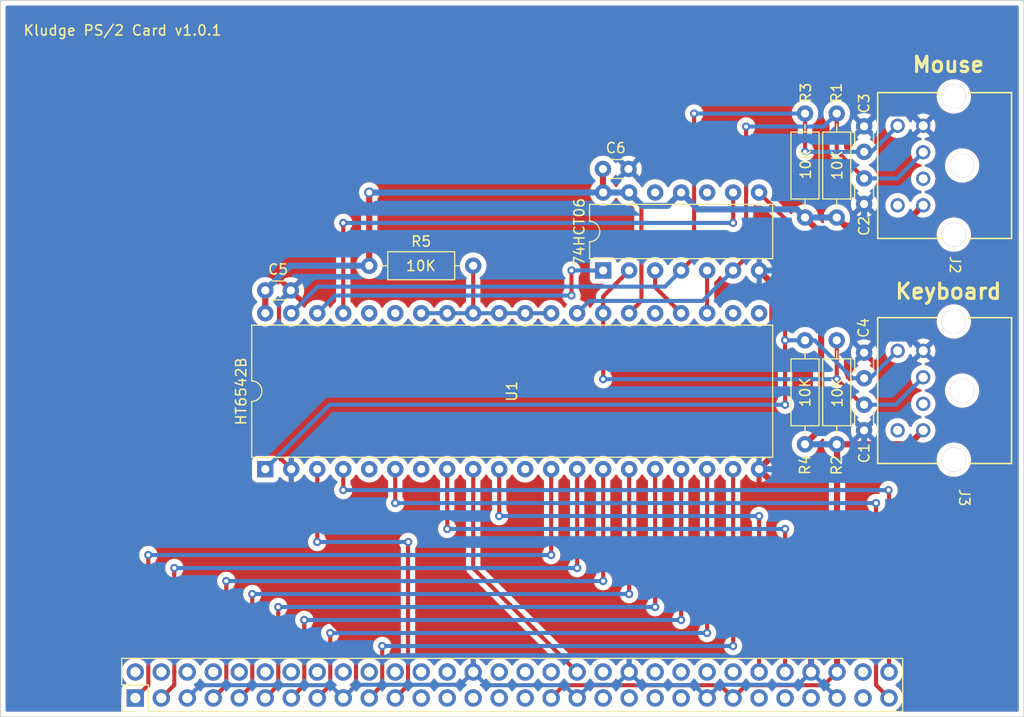
<source format=kicad_pcb>
(kicad_pcb (version 20240108) (generator "pcbnew") (generator_version "8.0")
  (layers (0 "F.Cu" signal) (31 "B.Cu" signal) (34 "B.Paste" user) (35 "F.Paste" user) (36 "B.SilkS" user "B.Silkscreen") (37 "F.SilkS" user "F.Silkscreen") (38 "B.Mask" user) (39 "F.Mask" user) (44 "Edge.Cuts" user))
  (net 0 "")
  (net 3 "RD")
  (net 4 "GND")
  (net 5 "/D3")
  (net 7 "/D4")
  (net 12 "/D2")
  (net 15 "/A0")
  (net 19 "/D1")
  (net 22 "/D5")
  (net 23 "SYSCLK")
  (net 33 "/D6")
  (net 37 "WR")
  (net 38 "Net-(U1-P12)")
  (net 39 "RESET")
  (net 42 "/D7")
  (net 43 "/D0")
  (net 45 "VCC")
  (net 56 "KB_DATA")
  (net 57 "MOUSE_DATA")
  (net 58 "MOUSE_CLK")
  (net 59 "KB_CLK")
  (net 60 "IO_EN")
  (net 65 "Net-(U1-KBDO)")
  (net 66 "Net-(U1-P23{slash}MSCO)")
  (net 67 "Net-(U1-KBCO)")
  (net 68 "Net-(U1-P22{slash}MSDO)")
  (footprint "Capacitor_THT:C_Disc_D3.0mm_W1.6mm_P2.50mm" (layer "F.Cu") (at 175.8 113.441601 -90)
    (property "Reference" "C1" (at 4.74 -0.01 -90) (layer "F.SilkS"))
    (property "Value" "47 pF")
    (fp_line (start 0.621 0.92) (end 1.879 0.92) (stroke (width 0.12)) (layer "F.SilkS"))
    (fp_line (start 0.621 -0.92) (end 1.879 -0.92) (stroke (width 0.12)) (layer "F.SilkS"))
    (pad "1" thru_hole circle (at 0 0 270) (size 1.6 1.6) (drill 0.8) (layers "*.Cu" "*.Mask") (net 56 "KB_DATA"))
    (pad "2" thru_hole circle (at 2.5 0 270) (size 1.6 1.6) (drill 0.8) (layers "*.Cu" "*.Mask") (net 4 "GND"))
  )
  (footprint "Package_DIP:DIP-40_W15.24mm" (layer "F.Cu") (at 117.275 119.735 90)
    (property "Reference" "U1" (at 7.615 24.105 90) (layer "F.SilkS"))
    (property "Value" "HT6542B")
    (fp_line (start 14.08 -1.33) (end 8.62 -1.33) (stroke (width 0.12)) (layer "F.SilkS"))
    (fp_line (start 6.62 -1.33) (end 1.16 -1.33) (stroke (width 0.12)) (layer "F.SilkS"))
    (fp_line (start 1.16 -1.33) (end 1.16 49.59) (stroke (width 0.12)) (layer "F.SilkS"))
    (fp_line (start 14.08 49.59) (end 14.08 -1.33) (stroke (width 0.12)) (layer "F.SilkS"))
    (fp_line (start 1.16 49.59) (end 14.08 49.59) (stroke (width 0.12)) (layer "F.SilkS"))
    (fp_arc (start 8.62 -1.33) (mid 7.62 -0.33) (end 6.62 -1.33) (stroke (width 0.12)) (layer "F.SilkS"))
    (pad "1" thru_hole rect (at 0 0 90) (size 1.6 1.6) (drill 0.8) (layers "*.Cu" "*.Mask") (net 59 "KB_CLK"))
    (pad "2" thru_hole oval (at 0 2.54 90) (size 1.6 1.6) (drill 0.8) (layers "*.Cu" "*.Mask") (net 4 "GND"))
    (pad "3" thru_hole oval (at 0 5.08 90) (size 1.6 1.6) (drill 0.8) (layers "*.Cu" "*.Mask") (net 23 "SYSCLK"))
    (pad "4" thru_hole oval (at 0 7.62 90) (size 1.6 1.6) (drill 0.8) (layers "*.Cu" "*.Mask") (net 39 "RESET"))
    (pad "5" thru_hole oval (at 0 10.16 90) (size 1.6 1.6) (drill 0.8) (layers "*.Cu" "*.Mask"))
    (pad "6" thru_hole oval (at 0 12.7 90) (size 1.6 1.6) (drill 0.8) (layers "*.Cu" "*.Mask") (net 60 "IO_EN"))
    (pad "7" thru_hole oval (at 0 15.24 90) (size 1.6 1.6) (drill 0.8) (layers "*.Cu" "*.Mask"))
    (pad "8" thru_hole oval (at 0 17.78 90) (size 1.6 1.6) (drill 0.8) (layers "*.Cu" "*.Mask") (net 3 "RD"))
    (pad "9" thru_hole oval (at 0 20.32 90) (size 1.6 1.6) (drill 0.8) (layers "*.Cu" "*.Mask") (net 15 "/A0"))
    (pad "10" thru_hole oval (at 0 22.86 90) (size 1.6 1.6) (drill 0.8) (layers "*.Cu" "*.Mask") (net 37 "WR"))
    (pad "11" thru_hole oval (at 0 25.4 90) (size 1.6 1.6) (drill 0.8) (layers "*.Cu" "*.Mask"))
    (pad "12" thru_hole oval (at 0 27.94 90) (size 1.6 1.6) (drill 0.8) (layers "*.Cu" "*.Mask") (net 43 "/D0"))
    (pad "13" thru_hole oval (at 0 30.48 90) (size 1.6 1.6) (drill 0.8) (layers "*.Cu" "*.Mask") (net 19 "/D1"))
    (pad "14" thru_hole oval (at 0 33.02 90) (size 1.6 1.6) (drill 0.8) (layers "*.Cu" "*.Mask") (net 12 "/D2"))
    (pad "15" thru_hole oval (at 0 35.56 90) (size 1.6 1.6) (drill 0.8) (layers "*.Cu" "*.Mask") (net 5 "/D3"))
    (pad "16" thru_hole oval (at 0 38.1 90) (size 1.6 1.6) (drill 0.8) (layers "*.Cu" "*.Mask") (net 7 "/D4"))
    (pad "17" thru_hole oval (at 0 40.64 90) (size 1.6 1.6) (drill 0.8) (layers "*.Cu" "*.Mask") (net 22 "/D5"))
    (pad "18" thru_hole oval (at 0 43.18 90) (size 1.6 1.6) (drill 0.8) (layers "*.Cu" "*.Mask") (net 33 "/D6"))
    (pad "19" thru_hole oval (at 0 45.72 90) (size 1.6 1.6) (drill 0.8) (layers "*.Cu" "*.Mask") (net 42 "/D7"))
    (pad "20" thru_hole oval (at 0 48.26 90) (size 1.6 1.6) (drill 0.8) (layers "*.Cu" "*.Mask") (net 4 "GND"))
    (pad "21" thru_hole oval (at 15.24 48.26 90) (size 1.6 1.6) (drill 0.8) (layers "*.Cu" "*.Mask"))
    (pad "22" thru_hole oval (at 15.24 45.72 90) (size 1.6 1.6) (drill 0.8) (layers "*.Cu" "*.Mask"))
    (pad "23" thru_hole oval (at 15.24 43.18 90) (size 1.6 1.6) (drill 0.8) (layers "*.Cu" "*.Mask") (net 68 "Net-(U1-P22{slash}MSDO)"))
    (pad "24" thru_hole oval (at 15.24 40.64 90) (size 1.6 1.6) (drill 0.8) (layers "*.Cu" "*.Mask") (net 66 "Net-(U1-P23{slash}MSCO)"))
    (pad "25" thru_hole oval (at 15.24 38.1 90) (size 1.6 1.6) (drill 0.8) (layers "*.Cu" "*.Mask"))
    (pad "26" thru_hole oval (at 15.24 35.56 90) (size 1.6 1.6) (drill 0.8) (layers "*.Cu" "*.Mask") (net 45 "VCC"))
    (pad "27" thru_hole oval (at 15.24 33.02 90) (size 1.6 1.6) (drill 0.8) (layers "*.Cu" "*.Mask") (net 56 "KB_DATA"))
    (pad "28" thru_hole oval (at 15.24 30.48 90) (size 1.6 1.6) (drill 0.8) (layers "*.Cu" "*.Mask") (net 57 "MOUSE_DATA"))
    (pad "29" thru_hole oval (at 15.24 27.94 90) (size 1.6 1.6) (drill 0.8) (layers "*.Cu" "*.Mask") (net 38 "Net-(U1-P12)"))
    (pad "30" thru_hole oval (at 15.24 25.4 90) (size 1.6 1.6) (drill 0.8) (layers "*.Cu" "*.Mask") (net 38 "Net-(U1-P12)"))
    (pad "31" thru_hole oval (at 15.24 22.86 90) (size 1.6 1.6) (drill 0.8) (layers "*.Cu" "*.Mask") (net 38 "Net-(U1-P12)"))
    (pad "32" thru_hole oval (at 15.24 20.32 90) (size 1.6 1.6) (drill 0.8) (layers "*.Cu" "*.Mask") (net 38 "Net-(U1-P12)"))
    (pad "33" thru_hole oval (at 15.24 17.78 90) (size 1.6 1.6) (drill 0.8) (layers "*.Cu" "*.Mask") (net 38 "Net-(U1-P12)"))
    (pad "34" thru_hole oval (at 15.24 15.24 90) (size 1.6 1.6) (drill 0.8) (layers "*.Cu" "*.Mask") (net 38 "Net-(U1-P12)"))
    (pad "35" thru_hole oval (at 15.24 12.7 90) (size 1.6 1.6) (drill 0.8) (layers "*.Cu" "*.Mask"))
    (pad "36" thru_hole oval (at 15.24 10.16 90) (size 1.6 1.6) (drill 0.8) (layers "*.Cu" "*.Mask"))
    (pad "37" thru_hole oval (at 15.24 7.62 90) (size 1.6 1.6) (drill 0.8) (layers "*.Cu" "*.Mask") (net 67 "Net-(U1-KBCO)"))
    (pad "38" thru_hole oval (at 15.24 5.08 90) (size 1.6 1.6) (drill 0.8) (layers "*.Cu" "*.Mask") (net 65 "Net-(U1-KBDO)"))
    (pad "39" thru_hole oval (at 15.24 2.54 90) (size 1.6 1.6) (drill 0.8) (layers "*.Cu" "*.Mask") (net 58 "MOUSE_CLK"))
    (pad "40" thru_hole oval (at 15.24 0 90) (size 1.6 1.6) (drill 0.8) (layers "*.Cu" "*.Mask") (net 45 "VCC"))
  )
  (footprint "Capacitor_THT:C_Disc_D3.0mm_W1.6mm_P2.50mm" (layer "F.Cu") (at 175.8 88.727801 90)
    (property "Reference" "C3" (at 4.7338 0 -90) (layer "F.SilkS"))
    (property "Value" "47 pF")
    (fp_line (start 0.621 -0.92) (end 1.879 -0.92) (stroke (width 0.12)) (layer "F.SilkS"))
    (fp_line (start 0.621 0.92) (end 1.879 0.92) (stroke (width 0.12)) (layer "F.SilkS"))
    (pad "1" thru_hole circle (at 0 0 90) (size 1.6 1.6) (drill 0.8) (layers "*.Cu" "*.Mask") (net 58 "MOUSE_CLK"))
    (pad "2" thru_hole circle (at 2.5 0 90) (size 1.6 1.6) (drill 0.8) (layers "*.Cu" "*.Mask") (net 4 "GND"))
  )
  (footprint "Package_DIP:DIP-14_W7.62mm" (layer "F.Cu") (at 150.295 100.32 90)
    (property "Reference" "U2")
    (property "Value" "74LS06")
    (fp_line (start 6.46 -1.33) (end 4.81 -1.33) (stroke (width 0.12)) (layer "F.SilkS"))
    (fp_line (start 2.81 -1.33) (end 1.16 -1.33) (stroke (width 0.12)) (layer "F.SilkS"))
    (fp_line (start 1.16 -1.33) (end 1.16 16.57) (stroke (width 0.12)) (layer "F.SilkS"))
    (fp_line (start 6.46 16.57) (end 6.46 -1.33) (stroke (width 0.12)) (layer "F.SilkS"))
    (fp_line (start 1.16 16.57) (end 6.46 16.57) (stroke (width 0.12)) (layer "F.SilkS"))
    (fp_arc (start 4.81 -1.33) (mid 3.81 -0.33) (end 2.81 -1.33) (stroke (width 0.12)) (layer "F.SilkS"))
    (pad "1" thru_hole rect (at 0 0 90) (size 1.6 1.6) (drill 0.8) (layers "*.Cu" "*.Mask") (net 65 "Net-(U1-KBDO)"))
    (pad "2" thru_hole oval (at 0 2.54 90) (size 1.6 1.6) (drill 0.8) (layers "*.Cu" "*.Mask") (net 56 "KB_DATA"))
    (pad "3" thru_hole oval (at 0 5.08 90) (size 1.6 1.6) (drill 0.8) (layers "*.Cu" "*.Mask") (net 66 "Net-(U1-P23{slash}MSCO)"))
    (pad "4" thru_hole oval (at 0 7.62 90) (size 1.6 1.6) (drill 0.8) (layers "*.Cu" "*.Mask") (net 58 "MOUSE_CLK"))
    (pad "5" thru_hole oval (at 0 10.16 90) (size 1.6 1.6) (drill 0.8) (layers "*.Cu" "*.Mask") (net 68 "Net-(U1-P22{slash}MSDO)"))
    (pad "6" thru_hole oval (at 0 12.7 90) (size 1.6 1.6) (drill 0.8) (layers "*.Cu" "*.Mask") (net 57 "MOUSE_DATA"))
    (pad "7" thru_hole oval (at 0 15.24 90) (size 1.6 1.6) (drill 0.8) (layers "*.Cu" "*.Mask") (net 4 "GND"))
    (pad "8" thru_hole oval (at 7.62 15.24 90) (size 1.6 1.6) (drill 0.8) (layers "*.Cu" "*.Mask") (net 59 "KB_CLK"))
    (pad "9" thru_hole oval (at 7.62 12.7 90) (size 1.6 1.6) (drill 0.8) (layers "*.Cu" "*.Mask") (net 67 "Net-(U1-KBCO)"))
    (pad "10" thru_hole oval (at 7.62 10.16 90) (size 1.6 1.6) (drill 0.8) (layers "*.Cu" "*.Mask"))
    (pad "11" thru_hole oval (at 7.62 7.62 90) (size 1.6 1.6) (drill 0.8) (layers "*.Cu" "*.Mask") (net 45 "VCC"))
    (pad "12" thru_hole oval (at 7.62 5.08 90) (size 1.6 1.6) (drill 0.8) (layers "*.Cu" "*.Mask"))
    (pad "13" thru_hole oval (at 7.62 2.54 90) (size 1.6 1.6) (drill 0.8) (layers "*.Cu" "*.Mask") (net 45 "VCC"))
    (pad "14" thru_hole oval (at 7.62 0 90) (size 1.6 1.6) (drill 0.8) (layers "*.Cu" "*.Mask") (net 45 "VCC"))
  )
  (footprint "Capacitor_THT:C_Disc_D3.0mm_W1.6mm_P2.50mm" (layer "F.Cu") (at 117.275 102.27)
    (property "Reference" "C5" (at 1.25 -2.05 0) (layer "F.SilkS"))
    (property "Value" "100 nF")
    (fp_line (start 0.621 -0.92) (end 1.879 -0.92) (stroke (width 0.12)) (layer "F.SilkS"))
    (fp_line (start 0.621 0.92) (end 1.879 0.92) (stroke (width 0.12)) (layer "F.SilkS"))
    (pad "1" thru_hole circle (at 0 0) (size 1.6 1.6) (drill 0.8) (layers "*.Cu" "*.Mask") (net 45 "VCC"))
    (pad "2" thru_hole circle (at 2.5 0) (size 1.6 1.6) (drill 0.8) (layers "*.Cu" "*.Mask") (net 4 "GND"))
  )
  (footprint "Resistor_THT:R_Axial_DIN0207_L6.3mm_D2.5mm_P10.16mm_Horizontal" (layer "F.Cu") (at 173.125 95.1424 90)
    (property "Reference" "R1" (at 12.1924 -0.025 90) (layer "F.SilkS"))
    (property "Value" "10K")
    (fp_line (start 8.35 -1.37) (end 1.81 -1.37) (stroke (width 0.12)) (layer "F.SilkS"))
    (fp_line (start 1.81 -1.37) (end 1.81 1.37) (stroke (width 0.12)) (layer "F.SilkS"))
    (fp_line (start 9.12 0) (end 8.35 0) (stroke (width 0.12)) (layer "F.SilkS"))
    (fp_line (start 1.04 0) (end 1.81 0) (stroke (width 0.12)) (layer "F.SilkS"))
    (fp_line (start 8.35 1.37) (end 8.35 -1.37) (stroke (width 0.12)) (layer "F.SilkS"))
    (fp_line (start 1.81 1.37) (end 8.35 1.37) (stroke (width 0.12)) (layer "F.SilkS"))
    (pad "1" thru_hole circle (at 0 0 90) (size 1.6 1.6) (drill 0.8) (layers "*.Cu" "*.Mask") (net 45 "VCC"))
    (pad "2" thru_hole oval (at 10.16 0 90) (size 1.6 1.6) (drill 0.8) (layers "*.Cu" "*.Mask") (net 57 "MOUSE_DATA"))
  )
  (footprint "Resistor_THT:R_Axial_DIN0207_L6.3mm_D2.5mm_P10.16mm_Horizontal" (layer "F.Cu") (at 170.025 95.1424 90)
    (property "Reference" "R3" (at 12.1924 0.075 90) (layer "F.SilkS"))
    (property "Value" "10K")
    (fp_line (start 8.35 -1.37) (end 1.81 -1.37) (stroke (width 0.12)) (layer "F.SilkS"))
    (fp_line (start 1.81 -1.37) (end 1.81 1.37) (stroke (width 0.12)) (layer "F.SilkS"))
    (fp_line (start 9.12 0) (end 8.35 0) (stroke (width 0.12)) (layer "F.SilkS"))
    (fp_line (start 1.04 0) (end 1.81 0) (stroke (width 0.12)) (layer "F.SilkS"))
    (fp_line (start 8.35 1.37) (end 8.35 -1.37) (stroke (width 0.12)) (layer "F.SilkS"))
    (fp_line (start 1.81 1.37) (end 8.35 1.37) (stroke (width 0.12)) (layer "F.SilkS"))
    (pad "1" thru_hole circle (at 0 0 90) (size 1.6 1.6) (drill 0.8) (layers "*.Cu" "*.Mask") (net 45 "VCC"))
    (pad "2" thru_hole oval (at 10.16 0 90) (size 1.6 1.6) (drill 0.8) (layers "*.Cu" "*.Mask") (net 58 "MOUSE_CLK"))
  )
  (footprint "Resistor_THT:R_Axial_DIN0207_L6.3mm_D2.5mm_P10.16mm_Horizontal" (layer "F.Cu") (at 170.025 117.305 90)
    (property "Reference" "R4" (at -2.02 0 90) (layer "F.SilkS"))
    (property "Value" "10K")
    (fp_line (start 8.35 -1.37) (end 1.81 -1.37) (stroke (width 0.12)) (layer "F.SilkS"))
    (fp_line (start 1.81 -1.37) (end 1.81 1.37) (stroke (width 0.12)) (layer "F.SilkS"))
    (fp_line (start 9.12 0) (end 8.35 0) (stroke (width 0.12)) (layer "F.SilkS"))
    (fp_line (start 1.04 0) (end 1.81 0) (stroke (width 0.12)) (layer "F.SilkS"))
    (fp_line (start 8.35 1.37) (end 8.35 -1.37) (stroke (width 0.12)) (layer "F.SilkS"))
    (fp_line (start 1.81 1.37) (end 8.35 1.37) (stroke (width 0.12)) (layer "F.SilkS"))
    (pad "1" thru_hole circle (at 0 0 90) (size 1.6 1.6) (drill 0.8) (layers "*.Cu" "*.Mask") (net 45 "VCC"))
    (pad "2" thru_hole oval (at 10.16 0 90) (size 1.6 1.6) (drill 0.8) (layers "*.Cu" "*.Mask") (net 59 "KB_CLK"))
  )
  (footprint "Capacitor_THT:C_Disc_D3.0mm_W1.6mm_P2.50mm" (layer "F.Cu") (at 175.8 110.850801 90)
    (property "Reference" "C4" (at 4.92 -0.06 -90) (layer "F.SilkS"))
    (property "Value" "47 pF")
    (fp_line (start 0.621 -0.92) (end 1.879 -0.92) (stroke (width 0.12)) (layer "F.SilkS"))
    (fp_line (start 0.621 0.92) (end 1.879 0.92) (stroke (width 0.12)) (layer "F.SilkS"))
    (pad "1" thru_hole circle (at 0 0 90) (size 1.6 1.6) (drill 0.8) (layers "*.Cu" "*.Mask") (net 59 "KB_CLK"))
    (pad "2" thru_hole circle (at 2.5 0 90) (size 1.6 1.6) (drill 0.8) (layers "*.Cu" "*.Mask") (net 4 "GND"))
  )
  (footprint "Connector_PinHeader_2.54mm:PinHeader_2x30_P2.54mm_Vertical" (layer "F.Cu") (at 104.575 142.1 90)
    (property "Reference" "J1" (hide yes))
    (property "Value" "Conn1")
    (fp_line (start 3.87 -1.33) (end 3.87 74.99) (stroke (width 0.12)) (layer "F.SilkS"))
    (fp_line (start 1.27 -1.33) (end 3.87 -1.33) (stroke (width 0.12)) (layer "F.SilkS"))
    (fp_line (start -1.33 -1.33) (end 0 -1.33) (stroke (width 0.12)) (layer "F.SilkS"))
    (fp_line (start -1.33 0) (end -1.33 -1.33) (stroke (width 0.12)) (layer "F.SilkS"))
    (fp_line (start 1.27 1.27) (end 1.27 -1.33) (stroke (width 0.12)) (layer "F.SilkS"))
    (fp_line (start -1.33 1.27) (end 1.27 1.27) (stroke (width 0.12)) (layer "F.SilkS"))
    (fp_line (start -1.33 1.27) (end -1.33 74.99) (stroke (width 0.12)) (layer "F.SilkS"))
    (fp_line (start -1.33 74.99) (end 3.87 74.99) (stroke (width 0.12)) (layer "F.SilkS"))
    (pad "1" thru_hole rect (at 0 0 90) (size 1.7 1.7) (drill 1) (layers "*.Cu" "*.Mask") (net 43 "/D0"))
    (pad "2" thru_hole oval (at 2.54 0 90) (size 1.7 1.7) (drill 1) (layers "*.Cu" "*.Mask"))
    (pad "3" thru_hole oval (at 0 2.54 90) (size 1.7 1.7) (drill 1) (layers "*.Cu" "*.Mask") (net 19 "/D1"))
    (pad "4" thru_hole oval (at 2.54 2.54 90) (size 1.7 1.7) (drill 1) (layers "*.Cu" "*.Mask"))
    (pad "5" thru_hole oval (at 0 5.08 90) (size 1.7 1.7) (drill 1) (layers "*.Cu" "*.Mask") (net 4 "GND"))
    (pad "6" thru_hole oval (at 2.54 5.08 90) (size 1.7 1.7) (drill 1) (layers "*.Cu" "*.Mask"))
    (pad "7" thru_hole oval (at 0 7.62 90) (size 1.7 1.7) (drill 1) (layers "*.Cu" "*.Mask") (net 12 "/D2"))
    (pad "8" thru_hole oval (at 2.54 7.62 90) (size 1.7 1.7) (drill 1) (layers "*.Cu" "*.Mask"))
    (pad "9" thru_hole oval (at 0 10.16 90) (size 1.7 1.7) (drill 1) (layers "*.Cu" "*.Mask") (net 5 "/D3"))
    (pad "10" thru_hole oval (at 2.54 10.16 90) (size 1.7 1.7) (drill 1) (layers "*.Cu" "*.Mask"))
    (pad "11" thru_hole oval (at 0 12.7 90) (size 1.7 1.7) (drill 1) (layers "*.Cu" "*.Mask") (net 7 "/D4"))
    (pad "12" thru_hole oval (at 2.54 12.7 90) (size 1.7 1.7) (drill 1) (layers "*.Cu" "*.Mask"))
    (pad "13" thru_hole oval (at 0 15.24 90) (size 1.7 1.7) (drill 1) (layers "*.Cu" "*.Mask") (net 22 "/D5"))
    (pad "14" thru_hole oval (at 2.54 15.24 90) (size 1.7 1.7) (drill 1) (layers "*.Cu" "*.Mask"))
    (pad "15" thru_hole oval (at 0 17.78 90) (size 1.7 1.7) (drill 1) (layers "*.Cu" "*.Mask") (net 33 "/D6"))
    (pad "16" thru_hole oval (at 2.54 17.78 90) (size 1.7 1.7) (drill 1) (layers "*.Cu" "*.Mask"))
    (pad "17" thru_hole oval (at 0 20.32 90) (size 1.7 1.7) (drill 1) (layers "*.Cu" "*.Mask") (net 4 "GND"))
    (pad "18" thru_hole oval (at 2.54 20.32 90) (size 1.7 1.7) (drill 1) (layers "*.Cu" "*.Mask"))
    (pad "19" thru_hole oval (at 0 22.86 90) (size 1.7 1.7) (drill 1) (layers "*.Cu" "*.Mask") (net 42 "/D7"))
    (pad "20" thru_hole oval (at 2.54 22.86 90) (size 1.7 1.7) (drill 1) (layers "*.Cu" "*.Mask"))
    (pad "21" thru_hole oval (at 0 25.4 90) (size 1.7 1.7) (drill 1) (layers "*.Cu" "*.Mask") (net 23 "SYSCLK"))
    (pad "22" thru_hole oval (at 2.54 25.4 90) (size 1.7 1.7) (drill 1) (layers "*.Cu" "*.Mask"))
    (pad "23" thru_hole oval (at 0 27.94 90) (size 1.7 1.7) (drill 1) (layers "*.Cu" "*.Mask"))
    (pad "24" thru_hole oval (at 2.54 27.94 90) (size 1.7 1.7) (drill 1) (layers "*.Cu" "*.Mask"))
    (pad "25" thru_hole oval (at 0 30.48 90) (size 1.7 1.7) (drill 1) (layers "*.Cu" "*.Mask"))
    (pad "26" thru_hole oval (at 2.54 30.48 90) (size 1.7 1.7) (drill 1) (layers "*.Cu" "*.Mask"))
    (pad "27" thru_hole oval (at 0 33.02 90) (size 1.7 1.7) (drill 1) (layers "*.Cu" "*.Mask"))
    (pad "28" thru_hole oval (at 2.54 33.02 90) (size 1.7 1.7) (drill 1) (layers "*.Cu" "*.Mask") (net 4 "GND"))
    (pad "29" thru_hole oval (at 0 35.56 90) (size 1.7 1.7) (drill 1) (layers "*.Cu" "*.Mask"))
    (pad "30" thru_hole oval (at 2.54 35.56 90) (size 1.7 1.7) (drill 1) (layers "*.Cu" "*.Mask"))
    (pad "31" thru_hole oval (at 0 38.1 90) (size 1.7 1.7) (drill 1) (layers "*.Cu" "*.Mask"))
    (pad "32" thru_hole oval (at 2.54 38.1 90) (size 1.7 1.7) (drill 1) (layers "*.Cu" "*.Mask"))
    (pad "33" thru_hole oval (at 0 40.64 90) (size 1.7 1.7) (drill 1) (layers "*.Cu" "*.Mask") (net 45 "VCC"))
    (pad "34" thru_hole oval (at 2.54 40.64 90) (size 1.7 1.7) (drill 1) (layers "*.Cu" "*.Mask"))
    (pad "35" thru_hole oval (at 0 43.18 90) (size 1.7 1.7) (drill 1) (layers "*.Cu" "*.Mask") (net 4 "GND"))
    (pad "36" thru_hole oval (at 2.54 43.18 90) (size 1.7 1.7) (drill 1) (layers "*.Cu" "*.Mask") (net 15 "/A0"))
    (pad "37" thru_hole oval (at 0 45.72 90) (size 1.7 1.7) (drill 1) (layers "*.Cu" "*.Mask"))
    (pad "38" thru_hole oval (at 2.54 45.72 90) (size 1.7 1.7) (drill 1) (layers "*.Cu" "*.Mask"))
    (pad "39" thru_hole oval (at 0 48.26 90) (size 1.7 1.7) (drill 1) (layers "*.Cu" "*.Mask"))
    (pad "40" thru_hole oval (at 2.54 48.26 90) (size 1.7 1.7) (drill 1) (layers "*.Cu" "*.Mask") (net 4 "GND"))
    (pad "41" thru_hole oval (at 0 50.8 90) (size 1.7 1.7) (drill 1) (layers "*.Cu" "*.Mask"))
    (pad "42" thru_hole oval (at 2.54 50.8 90) (size 1.7 1.7) (drill 1) (layers "*.Cu" "*.Mask"))
    (pad "43" thru_hole oval (at 0 53.34 90) (size 1.7 1.7) (drill 1) (layers "*.Cu" "*.Mask"))
    (pad "44" thru_hole oval (at 2.54 53.34 90) (size 1.7 1.7) (drill 1) (layers "*.Cu" "*.Mask"))
    (pad "45" thru_hole oval (at 0 55.88 90) (size 1.7 1.7) (drill 1) (layers "*.Cu" "*.Mask") (net 4 "GND"))
    (pad "46" thru_hole oval (at 2.54 55.88 90) (size 1.7 1.7) (drill 1) (layers "*.Cu" "*.Mask"))
    (pad "47" thru_hole oval (at 0 58.42 90) (size 1.7 1.7) (drill 1) (layers "*.Cu" "*.Mask") (net 45 "VCC"))
    (pad "48" thru_hole oval (at 2.54 58.42 90) (size 1.7 1.7) (drill 1) (layers "*.Cu" "*.Mask"))
    (pad "49" thru_hole oval (at 0 60.96 90) (size 1.7 1.7) (drill 1) (layers "*.Cu" "*.Mask"))
    (pad "50" thru_hole oval (at 2.54 60.96 90) (size 1.7 1.7) (drill 1) (layers "*.Cu" "*.Mask") (net 37 "WR"))
    (pad "51" thru_hole oval (at 0 63.5 90) (size 1.7 1.7) (drill 1) (layers "*.Cu" "*.Mask"))
    (pad "52" thru_hole oval (at 2.54 63.5 90) (size 1.7 1.7) (drill 1) (layers "*.Cu" "*.Mask") (net 3 "RD"))
    (pad "53" thru_hole oval (at 0 66.04 90) (size 1.7 1.7) (drill 1) (layers "*.Cu" "*.Mask"))
    (pad "54" thru_hole oval (at 2.54 66.04 90) (size 1.7 1.7) (drill 1) (layers "*.Cu" "*.Mask") (net 4 "GND"))
    (pad "55" thru_hole oval (at 0 68.58 90) (size 1.7 1.7) (drill 1) (layers "*.Cu" "*.Mask") (net 4 "GND"))
    (pad "56" thru_hole oval (at 2.54 68.58 90) (size 1.7 1.7) (drill 1) (layers "*.Cu" "*.Mask") (net 45 "VCC"))
    (pad "57" thru_hole oval (at 0 71.12 90) (size 1.7 1.7) (drill 1) (layers "*.Cu" "*.Mask"))
    (pad "58" thru_hole oval (at 2.54 71.12 90) (size 1.7 1.7) (drill 1) (layers "*.Cu" "*.Mask"))
    (pad "59" thru_hole oval (at 0 73.66 90) (size 1.7 1.7) (drill 1) (layers "*.Cu" "*.Mask") (net 60 "IO_EN"))
    (pad "60" thru_hole oval (at 2.54 73.66 90) (size 1.7 1.7) (drill 1) (layers "*.Cu" "*.Mask") (net 39 "RESET"))
  )
  (footprint "Z80 Parts:CONN_5749180-1_TYC" (layer "F.Cu") (at 182.6254 109.2324 -90)
    (property "Reference" "J3" (at 13.2824 -2.9646 -90) (layer "F.SilkS"))
    (property "Value" "Keyboard")
    (fp_line (start -4.3009 5.5004) (end 9.9485 5.5004) (stroke (width 0.1524)) (layer "F.SilkS"))
    (fp_line (start 9.9485 5.5004) (end 9.9485 -0.473445) (stroke (width 0.1524)) (layer "F.SilkS"))
    (fp_line (start -4.3009 -0.473445) (end -4.3009 5.5004) (stroke (width 0.1524)) (layer "F.SilkS"))
    (fp_line (start 9.9485 -3.410155) (end 9.9485 -7.5806) (stroke (width 0.1524)) (layer "F.SilkS"))
    (fp_line (start -4.3009 -7.5806) (end -4.3009 -3.410155) (stroke (width 0.1524)) (layer "F.SilkS"))
    (fp_line (start 9.9485 -7.5806) (end -4.3009 -7.5806) (stroke (width 0.1524)) (layer "F.SilkS"))
    (pad "1" thru_hole circle (at 1.5284 1.05 270) (size 1.397 1.397) (drill 0.889) (layers "*.Cu" "*.Mask") (net 56 "KB_DATA"))
    (pad "2" thru_hole circle (at 4.1192 1.05 270) (size 1.397 1.397) (drill 0.889) (layers "*.Cu" "*.Mask"))
    (pad "3" thru_hole circle (at -1.0624 1.05 270) (size 1.397 1.397) (drill 0.889) (layers "*.Cu" "*.Mask") (net 4 "GND"))
    (pad "4" thru_hole circle (at 6.71 1.05 270) (size 1.397 1.397) (drill 0.889) (layers "*.Cu" "*.Mask") (net 45 "VCC"))
    (pad "5" thru_hole circle (at -1.0624 3.55 270) (size 1.397 1.397) (drill 0.889) (layers "*.Cu" "*.Mask") (net 59 "KB_CLK"))
    (pad "6" thru_hole circle (at 6.71 3.55 270) (size 1.397 1.397) (drill 0.889) (layers "*.Cu" "*.Mask"))
    (pad "7" thru_hole circle (at -3.9326 -1.9418 180) (size 2.3622 2.3622) (drill 2.3622) (layers "*.Cu" "*.Mask"))
    (pad "8" thru_hole circle (at 9.5802 -1.9418 180) (size 2.3622 2.3622) (drill 2.3622) (layers "*.Cu" "*.Mask"))
    (pad "10" thru_hole circle (at 2.8238 -2.7546 270) (size 2.3622 2.3622) (drill 2.3622) (layers "*.Cu" "*.Mask"))
  )
  (footprint "Capacitor_THT:C_Disc_D3.0mm_W1.6mm_P2.50mm" (layer "F.Cu") (at 175.8 91.318601 -90)
    (property "Reference" "C2" (at 4.6554 0 -90) (layer "F.SilkS"))
    (property "Value" "47 pF")
    (fp_line (start 0.621 0.92) (end 1.879 0.92) (stroke (width 0.12)) (layer "F.SilkS"))
    (fp_line (start 0.621 -0.92) (end 1.879 -0.92) (stroke (width 0.12)) (layer "F.SilkS"))
    (pad "1" thru_hole circle (at 0 0 270) (size 1.6 1.6) (drill 0.8) (layers "*.Cu" "*.Mask") (net 57 "MOUSE_DATA"))
    (pad "2" thru_hole circle (at 2.5 0 270) (size 1.6 1.6) (drill 0.8) (layers "*.Cu" "*.Mask") (net 4 "GND"))
  )
  (footprint "Resistor_THT:R_Axial_DIN0207_L6.3mm_D2.5mm_P10.16mm_Horizontal" (layer "F.Cu") (at 127.435 99.855)
    (property "Reference" "R5" (at 5.08 -2.37 0) (layer "F.SilkS"))
    (property "Value" "10K")
    (fp_line (start 1.04 0) (end 1.81 0) (stroke (width 0.12)) (layer "F.SilkS"))
    (fp_line (start 1.81 -1.37) (end 1.81 1.37) (stroke (width 0.12)) (layer "F.SilkS"))
    (fp_line (start 1.81 1.37) (end 8.35 1.37) (stroke (width 0.12)) (layer "F.SilkS"))
    (fp_line (start 8.35 -1.37) (end 1.81 -1.37) (stroke (width 0.12)) (layer "F.SilkS"))
    (fp_line (start 8.35 1.37) (end 8.35 -1.37) (stroke (width 0.12)) (layer "F.SilkS"))
    (fp_line (start 9.12 0) (end 8.35 0) (stroke (width 0.12)) (layer "F.SilkS"))
    (pad "1" thru_hole circle (at 0 0) (size 1.6 1.6) (drill 0.8) (layers "*.Cu" "*.Mask") (net 45 "VCC"))
    (pad "2" thru_hole oval (at 10.16 0) (size 1.6 1.6) (drill 0.8) (layers "*.Cu" "*.Mask") (net 38 "Net-(U1-P12)"))
  )
  (footprint "Capacitor_THT:C_Disc_D3.0mm_W1.6mm_P2.50mm" (layer "F.Cu") (at 150.275 90.4)
    (property "Reference" "C6" (at 1.25 -2.05 0) (layer "F.SilkS"))
    (property "Value" "100 nF" (hide yes))
    (fp_line (start 0.621 -0.92) (end 1.879 -0.92) (stroke (width 0.12)) (layer "F.SilkS"))
    (fp_line (start 0.621 0.92) (end 1.879 0.92) (stroke (width 0.12)) (layer "F.SilkS"))
    (pad "1" thru_hole circle (at 0 0) (size 1.6 1.6) (drill 0.8) (layers "*.Cu" "*.Mask") (net 45 "VCC"))
    (pad "2" thru_hole circle (at 2.5 0) (size 1.6 1.6) (drill 0.8) (layers "*.Cu" "*.Mask") (net 4 "GND"))
  )
  (footprint "Resistor_THT:R_Axial_DIN0207_L6.3mm_D2.5mm_P10.16mm_Horizontal" (layer "F.Cu") (at 173.125 117.305 90)
    (property "Reference" "R2" (at -2.045 -0.005 90) (layer "F.SilkS"))
    (property "Value" "10K")
    (fp_line (start 8.35 -1.37) (end 1.81 -1.37) (stroke (width 0.12)) (layer "F.SilkS"))
    (fp_line (start 1.81 -1.37) (end 1.81 1.37) (stroke (width 0.12)) (layer "F.SilkS"))
    (fp_line (start 9.12 0) (end 8.35 0) (stroke (width 0.12)) (layer "F.SilkS"))
    (fp_line (start 1.04 0) (end 1.81 0) (stroke (width 0.12)) (layer "F.SilkS"))
    (fp_line (start 8.35 1.37) (end 8.35 -1.37) (stroke (width 0.12)) (layer "F.SilkS"))
    (fp_line (start 1.81 1.37) (end 8.35 1.37) (stroke (width 0.12)) (layer "F.SilkS"))
    (pad "1" thru_hole circle (at 0 0 90) (size 1.6 1.6) (drill 0.8) (layers "*.Cu" "*.Mask") (net 45 "VCC"))
    (pad "2" thru_hole oval (at 10.16 0 90) (size 1.6 1.6) (drill 0.8) (layers "*.Cu" "*.Mask") (net 56 "KB_DATA"))
  )
  (footprint "Z80 Parts:CONN_5749180-1_TYC" (layer "F.Cu") (at 182.6254 87.2386 -90)
    (property "Reference" "J2" (at 12.5214 -2.0546 -90) (layer "F.SilkS"))
    (property "Value" "Mouse")
    (fp_line (start -4.3009 5.5004) (end 9.9485 5.5004) (stroke (width 0.1524)) (layer "F.SilkS"))
    (fp_line (start 9.9485 5.5004) (end 9.9485 -0.473445) (stroke (width 0.1524)) (layer "F.SilkS"))
    (fp_line (start -4.3009 -0.473445) (end -4.3009 5.5004) (stroke (width 0.1524)) (layer "F.SilkS"))
    (fp_line (start 9.9485 -3.410155) (end 9.9485 -7.5806) (stroke (width 0.1524)) (layer "F.SilkS"))
    (fp_line (start -4.3009 -7.5806) (end -4.3009 -3.410155) (stroke (width 0.1524)) (layer "F.SilkS"))
    (fp_line (start 9.9485 -7.5806) (end -4.3009 -7.5806) (stroke (width 0.1524)) (layer "F.SilkS"))
    (pad "1" thru_hole circle (at 1.5284 1.05 270) (size 1.397 1.397) (drill 0.889) (layers "*.Cu" "*.Mask") (net 57 "MOUSE_DATA"))
    (pad "2" thru_hole circle (at 4.1192 1.05 270) (size 1.397 1.397) (drill 0.889) (layers "*.Cu" "*.Mask"))
    (pad "3" thru_hole circle (at -1.0624 1.05 270) (size 1.397 1.397) (drill 0.889) (layers "*.Cu" "*.Mask") (net 4 "GND"))
    (pad "4" thru_hole circle (at 6.71 1.05 270) (size 1.397 1.397) (drill 0.889) (layers "*.Cu" "*.Mask") (net 45 "VCC"))
    (pad "5" thru_hole circle (at -1.0624 3.55 270) (size 1.397 1.397) (drill 0.889) (layers "*.Cu" "*.Mask") (net 58 "MOUSE_CLK"))
    (pad "6" thru_hole circle (at 6.71 3.55 270) (size 1.397 1.397) (drill 0.889) (layers "*.Cu" "*.Mask"))
    (pad "7" thru_hole circle (at -3.9326 -1.9418 180) (size 2.3622 2.3622) (drill 2.3622) (layers "*.Cu" "*.Mask"))
    (pad "8" thru_hole circle (at 9.5802 -1.9418 180) (size 2.3622 2.3622) (drill 2.3622) (layers "*.Cu" "*.Mask"))
    (pad "10" thru_hole circle (at 2.8238 -2.7546 270) (size 2.3622 2.3622) (drill 2.3622) (layers "*.Cu" "*.Mask"))
  )
  (gr_line (start 91.4 73.935) (end 191.399987 73.934974) (stroke (width 0.1)) (layer "Edge.Cuts"))
  (gr_line (start 91.4 143.935) (end 91.4 73.935) (stroke (width 0.1)) (layer "Edge.Cuts"))
  (gr_line (start 191.4 143.935) (end 191.399987 73.934974) (stroke (width 0.1)) (layer "Edge.Cuts"))
  (gr_line (start 91.4 143.935) (end 191.4 143.935) (stroke (width 0.1)) (layer "Edge.Cuts"))
  (gr_text "Mouse" (at 180.377464 81.0762 0) (layer "F.SilkS") (effects (font (size 1.5 1.5) (thickness 0.3) (bold yes)) (justify left bottom)))
  (gr_text "10K" (at 173.775 113.8 90) (layer "F.SilkS") (effects (font (size 1 1)) (justify left bottom)))
  (gr_text "10K" (at 170.675 91.5 90) (layer "F.SilkS") (effects (font (size 1 1)) (justify left bottom)))
  (gr_text "Kludge PS/2 Card v1.0.1" (at 93.56 77.44 0) (layer "F.SilkS") (effects (font (size 1 1)) (justify left bottom)))
  (gr_text "10K" (at 130.937619 100.45675 0) (layer "F.SilkS") (effects (font (size 1 1)) (justify left bottom)))
  (gr_text "74HCT06" (at 148.55 99.954524 90) (layer "F.SilkS") (effects (font (size 1 1)) (justify left bottom)))
  (gr_text "HT6542B" (at 115.5 115.544524 90) (layer "F.SilkS") (effects (font (size 1 1)) (justify left bottom)))
  (gr_text "10K" (at 170.625 113.775 90) (layer "F.SilkS") (effects (font (size 1 1)) (justify left bottom)))
  (gr_text "10K" (at 173.75 91.575 90) (layer "F.SilkS") (effects (font (size 1 1)) (justify left bottom)))
  (gr_text "Keyboard" (at 178.698893 103.2362 0) (layer "F.SilkS") (effects (font (size 1.5 1.5) (thickness 0.3) (bold yes)) (justify left bottom)))
  (segment (start 135.055 125.58) (end 135.055 119.735) (width 0.4) (layer "F.Cu") (net 3))
  (segment (start 168.075 125.58) (end 168.075 139.56) (width 0.4) (layer "F.Cu") (net 3))
  (via (at 168.075 125.58) (size 0.8) (drill 0.4) (layers "F.Cu" "B.Cu") (net 3))
  (via (at 135.055 125.58) (size 0.8) (drill 0.4) (layers "F.Cu" "B.Cu") (net 3))
  (segment (start 168.075 125.58) (end 135.055 125.58) (width 0.4) (layer "B.Cu") (net 3))
  (segment (start 170.615 124.815) (end 165.535 119.735) (width 0.6) (layer "F.Cu") (net 4))
  (segment (start 166.835 101.62) (end 165.535 100.32) (width 0.6) (layer "F.Cu") (net 4))
  (segment (start 119.815 119.735) (end 118.615 118.535) (width 0.4) (layer "F.Cu") (net 4))
  (segment (start 126.145 137.138629) (end 126.145 140.85) (width 0.4) (layer "F.Cu") (net 4))
  (segment (start 118.615 103.43) (end 119.775 102.27) (width 0.4) (layer "F.Cu") (net 4))
  (segment (start 165.535 119.735) (end 166.835 118.435) (width 0.6) (layer "F.Cu") (net 4))
  (segment (start 170.615 124.815) (end 170.615 139.56) (width 0.6) (layer "F.Cu") (net 4))
  (segment (start 119.815 130.808629) (end 126.145 137.138629) (width 0.4) (layer "F.Cu") (net 4))
  (segment (start 166.835 118.435) (end 166.835 101.62) (width 0.6) (layer "F.Cu") (net 4))
  (segment (start 118.615 118.535) (end 118.615 103.43) (width 0.4) (layer "F.Cu") (net 4))
  (segment (start 126.145 140.85) (end 124.895 142.1) (width 0.4) (layer "F.Cu") (net 4))
  (segment (start 119.815 119.735) (end 119.815 130.808629) (width 0.4) (layer "F.Cu") (net 4))
  (segment (start 110.905 140.85) (end 109.655 142.1) (width 0.4) (layer "B.Cu") (net 4))
  (segment (start 170.429971 100.32) (end 165.535 100.32) (width 0.6) (layer "B.Cu") (net 4))
  (segment (start 173.137971 119.735) (end 165.535 119.735) (width 0.6) (layer "B.Cu") (net 4))
  (segment (start 169.365 140.81) (end 161.745 140.81) (width 0.4) (layer "B.Cu") (net 4))
  (segment (start 160.455 142.1) (end 159.205 140.85) (width 0.4) (layer "B.Cu") (net 4))
  (segment (start 126.185 140.81) (end 124.895 142.1) (width 0.4) (layer "B.Cu") (net 4))
  (segment (start 138.885 140.85) (end 137.595 139.56) (width 0.4) (layer "B.Cu") (net 4))
  (segment (start 124.895 142.1) (end 123.645 140.85) (width 0.4) (layer "B.Cu") (net 4))
  (segment (start 146.505 140.85) (end 138.885 140.85) (width 0.4) (layer "B.Cu") (net 4))
  (segment (start 177.050101 84.9777) (end 180.3769 84.9777) (width 0.6) (layer "B.Cu") (net 4))
  (segment (start 149.045 140.81) (end 147.755 142.1) (width 0.4) (layer "B.Cu") (net 4))
  (segment (start 159.205 140.85) (end 154.125 140.85) (width 0.4) (layer "B.Cu") (net 4))
  (segment (start 152.835 139.56) (end 151.585 140.81) (width 0.4) (layer "B.Cu") (net 4))
  (segment (start 175.8 108.350801) (end 177.179301 106.9715) (width 0.6) (layer "B.Cu") (net 4))
  (segment (start 123.645 140.85) (end 110.905 140.85) (width 0.4) (layer "B.Cu") (net 4))
  (segment (start 161.745 140.81) (end 160.455 142.1) (width 0.4) (layer "B.Cu") (net 4))
  (segment (start 180.3769 106.9715) (end 181.5754 108.17) (width 0.6) (layer "B.Cu") (net 4))
  (segment (start 175.8 86.227801) (end 177.050101 84.9777) (width 0.6) (layer "B.Cu") (net 4))
  (segment (start 175.8 94.949971) (end 170.429971 100.32) (width 0.6) (layer "B.Cu") (net 4))
  (segment (start 175.8 115.941601) (end 175.8 117.072971) (width 0.6) (layer "B.Cu") (net 4))
  (segment (start 170.615 139.56) (end 169.365 140.81) (width 0.4) (layer "B.Cu") (net 4))
  (segment (start 175.8 117.072971) (end 173.137971 119.735) (width 0.6) (layer "B.Cu") (net 4))
  (segment (start 137.595 139.56) (end 136.345 140.81) (width 0.4) (layer "B.Cu") (net 4))
  (segment (start 151.585 140.81) (end 149.045 140.81) (width 0.4) (layer "B.Cu") (net 4))
  (segment (start 147.755 142.1) (end 146.505 140.85) (width 0.4) (layer "B.Cu") (net 4))
  (segment (start 173.155 142.1) (end 170.615 139.56) (width 0.4) (layer "B.Cu") (net 4))
  (segment (start 175.8 93.818601) (end 175.8 94.949971) (width 0.6) (layer "B.Cu") (net 4))
  (segment (start 177.179301 106.9715) (end 180.3769 106.9715) (width 0.6) (layer "B.Cu") (net 4))
  (segment (start 154.125 140.85) (end 152.835 139.56) (width 0.4) (layer "B.Cu") (net 4))
  (segment (start 180.3769 84.9777) (end 181.5754 86.1762) (width 0.6) (layer "B.Cu") (net 4))
  (segment (start 136.345 140.81) (end 126.185 140.81) (width 0.4) (layer "B.Cu") (net 4))
  (segment (start 152.835 119.735) (end 152.835 131.94) (width 0.4) (layer "F.Cu") (net 5))
  (segment (start 116.005 131.94) (end 116.005 140.83) (width 0.4) (layer "F.Cu") (net 5))
  (segment (start 116.005 140.83) (end 114.735 142.1) (width 0.4) (layer "F.Cu") (net 5))
  (via (at 152.835 131.94) (size 0.8) (drill 0.4) (layers "F.Cu" "B.Cu") (net 5))
  (via (at 116.005 131.94) (size 0.8) (drill 0.4) (layers "F.Cu" "B.Cu") (net 5))
  (segment (start 116.005 131.94) (end 152.835 131.94) (width 0.4) (layer "B.Cu") (net 5))
  (segment (start 118.545 140.83) (end 117.275 142.1) (width 0.4) (layer "F.Cu") (net 7))
  (segment (start 118.545 133.21) (end 118.545 140.83) (width 0.4) (layer "F.Cu") (net 7))
  (segment (start 155.375 133.21) (end 155.375 119.735) (width 0.4) (layer "F.Cu") (net 7))
  (via (at 118.545 133.21) (size 0.8) (drill 0.4) (layers "F.Cu" "B.Cu") (net 7))
  (via (at 155.375 133.21) (size 0.8) (drill 0.4) (layers "F.Cu" "B.Cu") (net 7))
  (segment (start 155.375 133.21) (end 118.545 133.21) (width 0.4) (layer "B.Cu") (net 7))
  (segment (start 113.465 130.67) (end 113.465 140.83) (width 0.4) (layer "F.Cu") (net 12))
  (segment (start 150.295 130.67) (end 150.295 119.735) (width 0.4) (layer "F.Cu") (net 12))
  (segment (start 113.465 140.83) (end 112.195 142.1) (width 0.4) (layer "F.Cu") (net 12))
  (via (at 150.295 130.67) (size 0.8) (drill 0.4) (layers "F.Cu" "B.Cu") (net 12))
  (via (at 113.465 130.67) (size 0.8) (drill 0.4) (layers "F.Cu" "B.Cu") (net 12))
  (segment (start 113.465 130.67) (end 150.25 130.67) (width 0.4) (layer "B.Cu") (net 12))
  (segment (start 137.595 119.735) (end 137.595 129.415) (width 0.4) (layer "F.Cu") (net 15))
  (segment (start 147.74 139.56) (end 147.755 139.56) (width 0.4) (layer "F.Cu") (net 15))
  (segment (start 137.595 129.415) (end 147.74 139.56) (width 0.4) (layer "F.Cu") (net 15))
  (segment (start 108.385 129.4) (end 108.385 140.83) (width 0.4) (layer "F.Cu") (net 19))
  (segment (start 108.385 140.83) (end 107.115 142.1) (width 0.4) (layer "F.Cu") (net 19))
  (segment (start 147.755 119.735) (end 147.755 129.4) (width 0.4) (layer "F.Cu") (net 19))
  (via (at 108.385 129.4) (size 0.8) (drill 0.4) (layers "F.Cu" "B.Cu") (net 19))
  (via (at 147.755 129.4) (size 0.8) (drill 0.4) (layers "F.Cu" "B.Cu") (net 19))
  (segment (start 147.755 129.4) (end 108.385 129.4) (width 0.4) (layer "B.Cu") (net 19))
  (segment (start 121.085 140.83) (end 119.815 142.1) (width 0.4) (layer "F.Cu") (net 22))
  (segment (start 121.085 134.48) (end 121.085 140.83) (width 0.4) (layer "F.Cu") (net 22))
  (segment (start 157.915 119.735) (end 157.915 134.48) (width 0.4) (layer "F.Cu") (net 22))
  (via (at 121.085 134.48) (size 0.8) (drill 0.4) (layers "F.Cu" "B.Cu") (net 22))
  (via (at 157.915 134.48) (size 0.8) (drill 0.4) (layers "F.Cu" "B.Cu") (net 22))
  (segment (start 121.085 134.48) (end 157.915 134.48) (width 0.4) (layer "B.Cu") (net 22))
  (segment (start 131.225 140.85) (end 131.225 126.87) (width 0.4) (layer "F.Cu") (net 23))
  (segment (start 129.975 142.1) (end 131.225 140.85) (width 0.4) (layer "F.Cu") (net 23))
  (segment (start 122.355 126.85) (end 122.355 119.735) (width 0.4) (layer "F.Cu") (net 23))
  (segment (start 131.225 126.87) (end 131.245 126.85) (width 0.4) (layer "F.Cu") (net 23))
  (via (at 131.245 126.85) (size 0.8) (drill 0.4) (layers "F.Cu" "B.Cu") (net 23))
  (via (at 122.355 126.85) (size 0.8) (drill 0.4) (layers "F.Cu" "B.Cu") (net 23))
  (segment (start 131.245 126.85) (end 122.355 126.85) (width 0.4) (layer "B.Cu") (net 23))
  (segment (start 123.625 135.75) (end 123.625 140.83) (width 0.4) (layer "F.Cu") (net 33))
  (segment (start 123.625 140.83) (end 122.355 142.1) (width 0.4) (layer "F.Cu") (net 33))
  (segment (start 160.455 135.75) (end 160.455 119.735) (width 0.4) (layer "F.Cu") (net 33))
  (via (at 123.625 135.75) (size 0.8) (drill 0.4) (layers "F.Cu" "B.Cu") (net 33))
  (via (at 160.455 135.75) (size 0.8) (drill 0.4) (layers "F.Cu" "B.Cu") (net 33))
  (segment (start 123.625 135.75) (end 160.455 135.75) (width 0.4) (layer "B.Cu") (net 33))
  (segment (start 165.535 139.56) (end 165.535 124.32) (width 0.4) (layer "F.Cu") (net 37))
  (segment (start 140.135 124.32) (end 140.135 119.735) (width 0.4) (layer "F.Cu") (net 37))
  (via (at 165.535 124.32) (size 0.8) (drill 0.4) (layers "F.Cu" "B.Cu") (net 37))
  (via (at 140.135 124.32) (size 0.8) (drill 0.4) (layers "F.Cu" "B.Cu") (net 37))
  (segment (start 140.135 124.32) (end 165.535 124.32) (width 0.4) (layer "B.Cu") (net 37))
  (segment (start 137.595 99.855) (end 137.595 104.495) (width 0.4) (layer "F.Cu") (net 38))
  (segment (start 132.51 104.495) (end 135.05 104.495) (width 0.4) (layer "B.Cu") (net 38))
  (segment (start 142.675 104.495) (end 145.215 104.495) (width 0.4) (layer "B.Cu") (net 38))
  (segment (start 140.135 104.495) (end 142.675 104.495) (width 0.4) (layer "B.Cu") (net 38))
  (segment (start 135.055 104.495) (end 137.595 104.495) (width 0.4) (layer "B.Cu") (net 38))
  (segment (start 137.595 104.495) (end 140.135 104.495) (width 0.4) (layer "B.Cu") (net 38))
  (segment (start 178.1896 121.78) (end 178.235 121.8254) (width 0.4) (layer "F.Cu") (net 39))
  (segment (start 124.895 121.78) (end 124.895 119.735) (width 0.4) (layer "F.Cu") (net 39))
  (segment (start 178.235 121.8254) (end 178.235 139.56) (width 0.4) (layer "F.Cu") (net 39))
  (via (at 124.895 121.78) (size 0.8) (drill 0.4) (layers "F.Cu" "B.Cu") (net 39))
  (via (at 178.1896 121.78) (size 0.8) (drill 0.4) (layers "F.Cu" "B.Cu") (net 39))
  (segment (start 124.895 121.78) (end 178.235 121.78) (width 0.4) (layer "B.Cu") (net 39))
  (segment (start 128.705 137.02) (end 128.705 140.83) (width 0.4) (layer "F.Cu") (net 42))
  (segment (start 162.995 119.735) (end 162.995 137.02) (width 0.4) (layer "F.Cu") (net 42))
  (segment (start 128.705 140.83) (end 127.435 142.1) (width 0.4) (layer "F.Cu") (net 42))
  (via (at 162.995 137.02) (size 0.8) (drill 0.4) (layers "F.Cu" "B.Cu") (net 42))
  (via (at 128.705 137.02) (size 0.8) (drill 0.4) (layers "F.Cu" "B.Cu") (net 42))
  (segment (start 128.705 137.02) (end 162.995 137.02) (width 0.4) (layer "B.Cu") (net 42))
  (segment (start 145.215 128.13) (end 145.215 119.735) (width 0.4) (layer "F.Cu") (net 43))
  (segment (start 105.845 140.83) (end 104.575 142.1) (width 0.4) (layer "F.Cu") (net 43))
  (segment (start 105.845 128.13) (end 105.845 140.83) (width 0.4) (layer "F.Cu") (net 43))
  (via (at 105.845 128.13) (size 0.8) (drill 0.4) (layers "F.Cu" "B.Cu") (net 43))
  (via (at 145.215 128.13) (size 0.8) (drill 0.4) (layers "F.Cu" "B.Cu") (net 43))
  (segment (start 105.845 128.13) (end 145.215 128.13) (width 0.4) (layer "B.Cu") (net 43))
  (segment (start 127.435 99.855) (end 127.435 92.7) (width 0.6) (layer "F.Cu") (net 45))
  (segment (start 161.745 140.85) (end 146.465 140.85) (width 0.4) (layer "F.Cu") (net 45))
  (segment (start 179.581601 95.942399) (end 181.5754 93.9486) (width 0.6) (layer "F.Cu") (net 45))
  (segment (start 152.835 104.495) (end 154.035 103.295) (width 0.4) (layer "F.Cu") (net 45))
  (segment (start 173.125 95.1424) (end 173.924999 95.942399) (width 0.6) (layer "F.Cu") (net 45))
  (segment (start 150.275 90.4) (end 150.275 92.7) (width 0.6) (layer "F.Cu") (net 45))
  (segment (start 180.2128 117.305) (end 181.5754 115.9424) (width 0.6) (layer "F.Cu") (net 45))
  (segment (start 170.025 117.305) (end 171.6 115.73) (width 0.6) (layer "F.Cu") (net 45))
  (segment (start 154.035 93.9) (end 152.835 92.7) (width 0.4) (layer "F.Cu") (net 45))
  (segment (start 162.995 142.1) (end 164.245 140.85) (width 0.4) (layer "F.Cu") (net 45))
  (segment (start 171.6 104.7) (end 171.6 96.7174) (width 0.6) (layer "F.Cu") (net 45))
  (segment (start 171.865 140.85) (end 173.155 139.56) (width 0.4) (layer "F.Cu") (net 45))
  (segment (start 146.465 140.85) (end 145.215 142.1) (width 0.4) (layer "F.Cu") (net 45))
  (segment (start 117.275 102.27) (end 117.275 104.495) (width 0.6) (layer "F.Cu") (net 45))
  (segment (start 164.245 140.85) (end 171.865 140.85) (width 0.4) (layer "F.Cu") (net 45))
  (segment (start 171.6 96.7174) (end 170.025 95.1424) (width 0.6) (layer "F.Cu") (net 45))
  (segment (start 173.155 139.56) (end 172.9 139.56) (width 0.4) (layer "F.Cu") (net 45))
  (segment (start 171.6 115.73) (end 171.6 104.7) (width 0.6) (layer "F.Cu") (net 45))
  (segment (start 173.125 117.305) (end 180.2128 117.305) (width 0.6) (layer "F.Cu") (net 45))
  (segment (start 162.995 142.1) (end 161.745 140.85) (width 0.4) (layer "F.Cu") (net 45))
  (segment (start 173.924999 95.942399) (end 179.581601 95.942399) (width 0.6) (layer "F.Cu") (net 45))
  (segment (start 173.155 139.56) (end 173.155 117.335) (width 0.6) (layer "F.Cu") (net 45))
  (segment (start 173.155 117.335) (end 173.125 117.305) (width 0.4) (layer "F.Cu") (net 45))
  (segment (start 150.315 90.4) (end 150.275 90.44) (width 0.4) (layer "F.Cu") (net 45))
  (segment (start 154.035 103.295) (end 154.035 93.9) (width 0.4) (layer "F.Cu") (net 45))
  (via (at 127.435 92.7) (size 1) (drill 0.6) (layers "F.Cu" "B.Cu") (net 45))
  (segment (start 170.025 95.1424) (end 169.225001 94.342401) (width 0.6) (layer "B.Cu") (net 45))
  (segment (start 127.435 92.7) (end 150.295 92.7) (width 0.6) (layer "B.Cu") (net 45))
  (segment (start 173.125 117.305) (end 170.025 117.305) (width 0.6) (layer "B.Cu") (net 45))
  (segment (start 156.595 94) (end 157.895 92.7) (width 0.6) (layer "B.Cu") (net 45))
  (segment (start 169.225001 94.342401) (end 159.557401 94.342401) (width 0.6) (layer "B.Cu") (net 45))
  (segment (start 159.557401 94.342401) (end 157.915 92.7) (width 0.6) (layer "B.Cu") (net 45))
  (segment (start 154.115 94) (end 156.595 94) (width 0.6) (layer "B.Cu") (net 45))
  (segment (start 150.275 92.7) (end 152.815 92.7) (width 0.6) (layer "B.Cu") (net 45))
  (segment (start 152.815 92.7) (end 154.115 94) (width 0.6) (layer "B.Cu") (net 45))
  (segment (start 119.69 99.855) (end 127.435 99.855) (width 0.6) (layer "B.Cu") (net 45))
  (segment (start 117.275 102.27) (end 119.69 99.855) (width 0.6) (layer "B.Cu") (net 45))
  (segment (start 170.025 95.1424) (end 173.125 95.1424) (width 0.6) (layer "B.Cu") (net 45))
  (segment (start 150.295 110.9408) (end 150.295 104.495) (width 0.4) (layer "F.Cu") (net 56))
  (segment (start 175.8 113.441601) (end 175.625801 113.441601) (width 0.4) (layer "F.Cu") (net 56))
  (segment (start 175.625801 113.441601) (end 173.125 110.9408) (width 0.4) (layer "F.Cu") (net 56))
  (segment (start 173.125 107.145) (end 173.125 110.9408) (width 0.4) (layer "F.Cu") (net 56))
  (segment (start 150.295 104.495) (end 150.295 102.86) (width 0.4) (layer "F.Cu") (net 56))
  (segment (start 150.295 102.86) (end 152.835 100.32) (width 0.4) (layer "F.Cu") (net 56))
  (via (at 173.125 110.9408) (size 0.8) (drill 0.4) (layers "F.Cu" "B.Cu") (net 56))
  (via (at 150.295 110.9408) (size 0.8) (drill 0.4) (layers "F.Cu" "B.Cu") (net 56))
  (segment (start 178.894599 113.441601) (end 175.8 113.441601) (width 0.4) (layer "B.Cu") (net 56))
  (segment (start 181.5754 110.7608) (end 178.894599 113.441601) (width 0.4) (layer "B.Cu") (net 56))
  (segment (start 176.4846 113.5316) (end 175.7 113.5316) (width 0.4) (layer "B.Cu") (net 56))
  (segment (start 173.125 110.9408) (end 150.295 110.9408) (width 0.4) (layer "B.Cu") (net 56))
  (segment (start 173.125 84.9824) (end 173.125 88.643601) (width 0.4) (layer "F.Cu") (net 57))
  (segment (start 164.265 86.2524) (end 164.265 99.05) (width 0.4) (layer "F.Cu") (net 57))
  (segment (start 173.125 88.643601) (end 175.8 91.318601) (width 0.4) (layer "F.Cu") (net 57))
  (segment (start 164.265 99.05) (end 162.995 100.32) (width 0.4) (layer "F.Cu") (net 57))
  (via (at 164.265 86.2524) (size 0.8) (drill 0.4) (layers "F.Cu" "B.Cu") (net 57))
  (segment (start 175.8 91.318601) (end 179.023799 91.318601) (width 0.4) (layer "B.Cu") (net 57))
  (segment (start 148.955 103.295) (end 147.755 104.495) (width 0.4) (layer "B.Cu") (net 57))
  (segment (start 176.4846 91.3578) (end 175.7 91.3578) (width 0.4) (layer "B.Cu") (net 57))
  (segment (start 164.265 86.2524) (end 171.855 86.2524) (width 0.4) (layer "B.Cu") (net 57))
  (segment (start 162.995 100.32) (end 160.02 103.295) (width 0.4) (layer "B.Cu") (net 57))
  (segment (start 171.855 86.2524) (end 173.125 84.9824) (width 0.4) (layer "B.Cu") (net 57))
  (segment (start 179.023799 91.318601) (end 181.5754 88.767) (width 0.4) (layer "B.Cu") (net 57))
  (segment (start 160.02 103.295) (end 148.955 103.295) (width 0.4) (layer "B.Cu") (net 57))
  (segment (start 159.185 84.9824) (end 159.185 99.05) (width 0.4) (layer "F.Cu") (net 58))
  (segment (start 159.185 99.05) (end 157.915 100.32) (width 0.4) (layer "F.Cu") (net 58))
  (segment (start 170.025 84.9824) (end 170.025 88.727801) (width 0.4) (layer "F.Cu") (net 58))
  (via (at 170.025 88.727801) (size 0.8) (drill 0.4) (layers "F.Cu" "B.Cu") (net 58))
  (via (at 159.185 84.9824) (size 0.8) (drill 0.4) (layers "F.Cu" "B.Cu") (net 58))
  (segment (start 122.41 101.9) (end 156.335 101.9) (width 0.4) (layer "B.Cu") (net 58))
  (segment (start 175.839199 88.767) (end 175.8 88.727801) (width 0.4) (layer "B.Cu") (net 58))
  (segment (start 159.185 84.9824) (end 170.025 84.9824) (width 0.4) (layer "B.Cu") (net 58))
  (segment (start 179.0754 86.1762) (end 176.523799 88.727801) (width 0.4) (layer "B.Cu") (net 58))
  (segment (start 170.025 88.727801) (end 175.8 88.727801) (width 0.4) (layer "B.Cu") (net 58))
  (segment (start 119.815 104.495) (end 122.41 101.9) (width 0.4) (layer "B.Cu") (net 58))
  (segment (start 156.335 101.9) (end 157.915 100.32) (width 0.4) (layer "B.Cu") (net 58))
  (segment (start 176.523799 88.727801) (end 175.8 88.727801) (width 0.4) (layer "B.Cu") (net 58))
  (segment (start 168.075 95.26) (end 165.515 92.7) (width 0.4) (layer "F.Cu") (net 59))
  (segment (start 168.075 107.145) (end 168.075 95.26) (width 0.4) (layer "F.Cu") (net 59))
  (segment (start 168.075 113.441601) (end 168.075 107.145) (width 0.4) (layer "F.Cu") (net 59))
  (via (at 168.075 113.441601) (size 0.8) (drill 0.4) (layers "F.Cu" "B.Cu") (net 59))
  (via (at 168.075 107.145) (size 0.8) (drill 0.4) (layers "F.Cu" "B.Cu") (net 59))
  (segment (start 175.8 110.850801) (end 174.66863 110.850801) (width 0.4) (layer "B.Cu") (net 59))
  (segment (start 174.66863 110.850801) (end 170.962829 107.145) (width 0.4) (layer "B.Cu") (net 59))
  (segment (start 123.568399 113.441601) (end 168.075 113.441601) (width 0.4) (layer "B.Cu") (net 59))
  (segment (start 170.962829 107.145) (end 170.025 107.145) (width 0.4) (layer "B.Cu") (net 59))
  (segment (start 179.0754 108.17) (end 176.394599 110.850801) (width 0.4) (layer "B.Cu") (net 59))
  (segment (start 168.075 107.145) (end 170.025 107.145) (width 0.4) (layer "B.Cu") (net 59))
  (segment (start 117.275 119.735) (end 123.568399 113.441601) (width 0.4) (layer "B.Cu") (net 59))
  (segment (start 170.025 107.666601) (end 170.025 107.145) (width 0.4) (layer "B.Cu") (net 59))
  (segment (start 176.394599 110.850801) (end 175.8 110.850801) (width 0.4) (layer "B.Cu") (net 59))
  (segment (start 176.965 140.83) (end 178.235 142.1) (width 0.4) (layer "F.Cu") (net 60))
  (segment (start 129.975 123.05) (end 129.975 119.735) (width 0.4) (layer "F.Cu") (net 60))
  (segment (start 176.965 123.05) (end 176.965 140.83) (width 0.4) (layer "F.Cu") (net 60))
  (via (at 176.965 123.05) (size 0.8) (drill 0.4) (layers "F.Cu" "B.Cu") (net 60))
  (via (at 129.975 123.05) (size 0.8) (drill 0.4) (layers "F.Cu" "B.Cu") (net 60))
  (segment (start 176.965 123.05) (end 129.975 123.05) (width 0.4) (layer "B.Cu") (net 60))
  (segment (start 147.2 102.77) (end 147.2 100.32) (width 0.4) (layer "F.Cu") (net 65))
  (via (at 147.2 102.77) (size 0.8) (drill 0.4) (layers "F.Cu" "B.Cu") (net 65))
  (via (at 147.2 100.32) (size 0.8) (drill 0.4) (layers "F.Cu" "B.Cu") (net 65))
  (segment (start 147.2 100.32) (end 150.295 100.32) (width 0.4) (layer "B.Cu") (net 65))
  (segment (start 122.355 104.495) (end 124.08 102.77) (width 0.4) (layer "B.Cu") (net 65))
  (segment (start 124.08 102.77) (end 147.2 102.77) (width 0.4) (layer "B.Cu") (net 65))
  (segment (start 155.375 100.32) (end 155.375 101.955) (width 0.4) (layer "F.Cu") (net 66))
  (segment (start 155.375 101.955) (end 157.915 104.495) (width 0.4) (layer "F.Cu") (net 66))
  (segment (start 124.895 95.67) (end 124.895 104.495) (width 0.4) (layer "F.Cu") (net 67))
  (segment (start 162.995 95.67) (end 162.995 92.7) (width 0.4) (layer "F.Cu") (net 67))
  (via (at 124.895 95.67) (size 0.8) (drill 0.4) (layers "F.Cu" "B.Cu") (net 67))
  (via (at 162.995 95.67) (size 0.8) (drill 0.4) (layers "F.Cu" "B.Cu") (net 67))
  (segment (start 124.895 95.67) (end 162.995 95.67) (width 0.4) (layer "B.Cu") (net 67))
  (segment (start 160.435 104.475) (end 160.455 104.495) (width 0.4) (layer "F.Cu") (net 68))
  (segment (start 160.455 100.32) (end 160.455 104.495) (width 0.4) (layer "F.Cu") (net 68))
  (zone (net 4) (net_name "GND") (layer "F.Cu") (connect_pads (clearance 0.5)) (min_thickness 0.25) (fill yes (thermal_gap 0.5) (thermal_bridge_width 0.5))
    (polygon (pts (xy 91.44 73.97) (xy 91.4 143.935) (xy 191.36 143.9) (xy 191.37 73.97)))
  )
  (zone (net 4) (net_name "GND") (layer "B.Cu") (connect_pads (clearance 0.5)) (min_thickness 0.25) (fill yes (thermal_gap 0.5) (thermal_bridge_width 0.5))
    (polygon (pts (xy 91.44 73.97) (xy 91.39 143.935) (xy 191.36 143.9) (xy 191.37 73.97)))
  )
)
</source>
